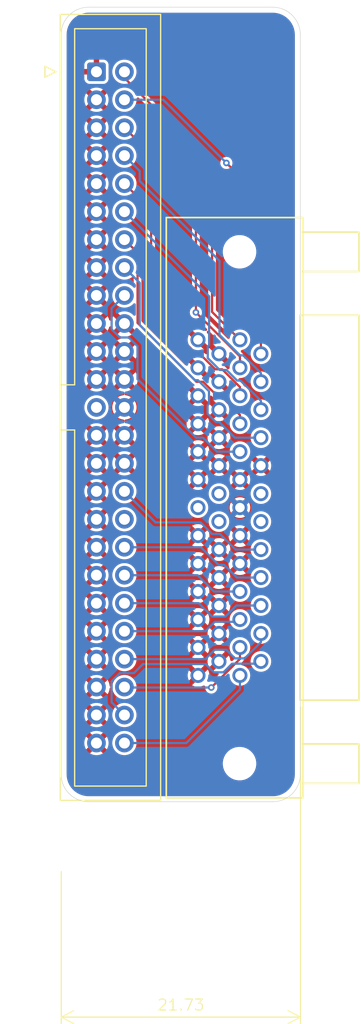
<source format=kicad_pcb>
(kicad_pcb (version 20241229) (generator "pcbnew") (generator_version "9.0")
  (layers (0 "F.Cu" signal) (2 "B.Cu" signal) (13 "F.Paste" user) (15 "B.Paste" user) (5 "F.SilkS" user "F.Silkscreen") (7 "B.SilkS" user "B.Silkscreen") (1 "F.Mask" user) (3 "B.Mask" user) (25 "Edge.Cuts" user))
  (net 0 "")
  (net 1 "GND")
  (net 2 "SCTRL_ATN")
  (net 3 "SCTRL_REQ")
  (net 4 "SCDAT6")
  (net 5 "SCDAT0")
  (net 6 "SCDAT7")
  (net 7 "SCTRL_RST")
  (net 8 "SCSI_TERMPWR")
  (net 9 "SCTRL_IO")
  (net 10 "SCTRL_MSG")
  (net 11 "SCDAT2")
  (net 12 "SCDAT4")
  (net 13 "SCTRL_SEL")
  (net 14 "SCDATP")
  (net 15 "SCTRL_CD")
  (net 16 "SCTRL_BSY")
  (net 17 "SCDAT3")
  (net 19 "SCDAT5")
  (net 21 "SCDAT1")
  (net 22 "SCTRL_ACK")
  (footprint "kicad-official/Connector_IDC.pretty:IDC-Header_2x25_P2.54mm_Vertical" (layer "F.Cu") (at 156.4675 53.65)
    (property "Reference" "J1" (hide yes))
    (property "Value" "Conn_02x25_Odd_Even")
    (fp_line (start -4.68 -0.5) (end -4.68 0.5) (stroke (width 0.12)) (layer "F.SilkS"))
    (fp_line (start -4.68 0.5) (end -3.68 0) (stroke (width 0.12)) (layer "F.SilkS"))
    (fp_line (start -3.68 0) (end -4.68 -0.5) (stroke (width 0.12)) (layer "F.SilkS"))
    (fp_line (start -3.29 -5.21) (end 5.83 -5.21) (stroke (width 0.12)) (layer "F.SilkS"))
    (fp_line (start -3.29 28.43) (end -1.98 28.43) (stroke (width 0.12)) (layer "F.SilkS"))
    (fp_line (start -3.29 66.17) (end -3.29 -5.21) (stroke (width 0.12)) (layer "F.SilkS"))
    (fp_line (start -1.98 -3.91) (end 4.52 -3.91) (stroke (width 0.12)) (layer "F.SilkS"))
    (fp_line (start -1.98 28.43) (end -1.98 -3.91) (stroke (width 0.12)) (layer "F.SilkS"))
    (fp_line (start -1.98 32.53) (end -3.29 32.53) (stroke (width 0.12)) (layer "F.SilkS"))
    (fp_line (start -1.98 32.53) (end -1.98 32.53) (stroke (width 0.12)) (layer "F.SilkS"))
    (fp_line (start -1.98 64.87) (end -1.98 32.53) (stroke (width 0.12)) (layer "F.SilkS"))
    (fp_line (start 4.52 -3.91) (end 4.52 64.87) (stroke (width 0.12)) (layer "F.SilkS"))
    (fp_line (start 4.52 64.87) (end -1.98 64.87) (stroke (width 0.12)) (layer "F.SilkS"))
    (fp_line (start 5.83 -5.21) (end 5.83 66.17) (stroke (width 0.12)) (layer "F.SilkS"))
    (fp_line (start 5.83 66.17) (end -3.29 66.17) (stroke (width 0.12)) (layer "F.SilkS"))
    (pad "1" thru_hole roundrect (at 0 0) (size 1.7 1.7) (drill 1) (layers "*.Cu" "*.Mask") (roundrect_rratio 0.147059) (net 1 "GND"))
    (pad "2" thru_hole circle (at 2.54 0) (size 1.7 1.7) (drill 1) (layers "*.Cu" "*.Mask") (net 5 "SCDAT0"))
    (pad "3" thru_hole circle (at 0 2.54) (size 1.7 1.7) (drill 1) (layers "*.Cu" "*.Mask") (net 1 "GND"))
    (pad "4" thru_hole circle (at 2.54 2.54) (size 1.7 1.7) (drill 1) (layers "*.Cu" "*.Mask") (net 21 "SCDAT1"))
    (pad "5" thru_hole circle (at 0 5.08) (size 1.7 1.7) (drill 1) (layers "*.Cu" "*.Mask") (net 1 "GND"))
    (pad "6" thru_hole circle (at 2.54 5.08) (size 1.7 1.7) (drill 1) (layers "*.Cu" "*.Mask") (net 11 "SCDAT2"))
    (pad "7" thru_hole circle (at 0 7.62) (size 1.7 1.7) (drill 1) (layers "*.Cu" "*.Mask") (net 1 "GND"))
    (pad "8" thru_hole circle (at 2.54 7.62) (size 1.7 1.7) (drill 1) (layers "*.Cu" "*.Mask") (net 17 "SCDAT3"))
    (pad "9" thru_hole circle (at 0 10.16) (size 1.7 1.7) (drill 1) (layers "*.Cu" "*.Mask") (net 1 "GND"))
    (pad "10" thru_hole circle (at 2.54 10.16) (size 1.7 1.7) (drill 1) (layers "*.Cu" "*.Mask") (net 12 "SCDAT4"))
    (pad "11" thru_hole circle (at 0 12.7) (size 1.7 1.7) (drill 1) (layers "*.Cu" "*.Mask") (net 1 "GND"))
    (pad "12" thru_hole circle (at 2.54 12.7) (size 1.7 1.7) (drill 1) (layers "*.Cu" "*.Mask") (net 19 "SCDAT5"))
    (pad "13" thru_hole circle (at 0 15.24) (size 1.7 1.7) (drill 1) (layers "*.Cu" "*.Mask") (net 1 "GND"))
    (pad "14" thru_hole circle (at 2.54 15.24) (size 1.7 1.7) (drill 1) (layers "*.Cu" "*.Mask") (net 4 "SCDAT6"))
    (pad "15" thru_hole circle (at 0 17.78) (size 1.7 1.7) (drill 1) (layers "*.Cu" "*.Mask") (net 1 "GND"))
    (pad "16" thru_hole circle (at 2.54 17.78) (size 1.7 1.7) (drill 1) (layers "*.Cu" "*.Mask") (net 6 "SCDAT7"))
    (pad "17" thru_hole circle (at 0 20.32) (size 1.7 1.7) (drill 1) (layers "*.Cu" "*.Mask") (net 1 "GND"))
    (pad "18" thru_hole circle (at 2.54 20.32) (size 1.7 1.7) (drill 1) (layers "*.Cu" "*.Mask") (net 14 "SCDATP"))
    (pad "19" thru_hole circle (at 0 22.86) (size 1.7 1.7) (drill 1) (layers "*.Cu" "*.Mask") (net 1 "GND"))
    (pad "20" thru_hole circle (at 2.54 22.86) (size 1.7 1.7) (drill 1) (layers "*.Cu" "*.Mask") (net 1 "GND"))
    (pad "21" thru_hole circle (at 0 25.4) (size 1.7 1.7) (drill 1) (layers "*.Cu" "*.Mask") (net 1 "GND"))
    (pad "22" thru_hole circle (at 2.54 25.4) (size 1.7 1.7) (drill 1) (layers "*.Cu" "*.Mask") (net 1 "GND"))
    (pad "23" thru_hole circle (at 0 27.94) (size 1.7 1.7) (drill 1) (layers "*.Cu" "*.Mask") (net 1 "GND"))
    (pad "24" thru_hole circle (at 2.54 27.94) (size 1.7 1.7) (drill 1) (layers "*.Cu" "*.Mask") (net 1 "GND"))
    (pad "25" thru_hole circle (at 0 30.48) (size 1.7 1.7) (drill 1) (layers "*.Cu" "*.Mask"))
    (pad "26" thru_hole circle (at 2.54 30.48) (size 1.7 1.7) (drill 1) (layers "*.Cu" "*.Mask") (net 8 "SCSI_TERMPWR"))
    (pad "27" thru_hole circle (at 0 33.02) (size 1.7 1.7) (drill 1) (layers "*.Cu" "*.Mask") (net 1 "GND"))
    (pad "28" thru_hole circle (at 2.54 33.02) (size 1.7 1.7) (drill 1) (layers "*.Cu" "*.Mask") (net 1 "GND"))
    (pad "29" thru_hole circle (at 0 35.56) (size 1.7 1.7) (drill 1) (layers "*.Cu" "*.Mask") (net 1 "GND"))
    (pad "30" thru_hole circle (at 2.54 35.56) (size 1.7 1.7) (drill 1) (layers "*.Cu" "*.Mask") (net 1 "GND"))
    (pad "31" thru_hole circle (at 0 38.1) (size 1.7 1.7) (drill 1) (layers "*.Cu" "*.Mask") (net 1 "GND"))
    (pad "32" thru_hole circle (at 2.54 38.1) (size 1.7 1.7) (drill 1) (layers "*.Cu" "*.Mask") (net 2 "SCTRL_ATN"))
    (pad "33" thru_hole circle (at 0 40.64) (size 1.7 1.7) (drill 1) (layers "*.Cu" "*.Mask") (net 1 "GND"))
    (pad "34" thru_hole circle (at 2.54 40.64) (size 1.7 1.7) (drill 1) (layers "*.Cu" "*.Mask"))
    (pad "35" thru_hole circle (at 0 43.18) (size 1.7 1.7) (drill 1) (layers "*.Cu" "*.Mask") (net 1 "GND"))
    (pad "36" thru_hole circle (at 2.54 43.18) (size 1.7 1.7) (drill 1) (layers "*.Cu" "*.Mask") (net 16 "SCTRL_BSY"))
    (pad "37" thru_hole circle (at 0 45.72) (size 1.7 1.7) (drill 1) (layers "*.Cu" "*.Mask") (net 1 "GND"))
    (pad "38" thru_hole circle (at 2.54 45.72) (size 1.7 1.7) (drill 1) (layers "*.Cu" "*.Mask") (net 22 "SCTRL_ACK"))
    (pad "39" thru_hole circle (at 0 48.26) (size 1.7 1.7) (drill 1) (layers "*.Cu" "*.Mask") (net 1 "GND"))
    (pad "40" thru_hole circle (at 2.54 48.26) (size 1.7 1.7) (drill 1) (layers "*.Cu" "*.Mask") (net 7 "SCTRL_RST"))
    (pad "41" thru_hole circle (at 0 50.8) (size 1.7 1.7) (drill 1) (layers "*.Cu" "*.Mask") (net 1 "GND"))
    (pad "42" thru_hole circle (at 2.54 50.8) (size 1.7 1.7) (drill 1) (layers "*.Cu" "*.Mask") (net 10 "SCTRL_MSG"))
    (pad "43" thru_hole circle (at 0 53.34) (size 1.7 1.7) (drill 1) (layers "*.Cu" "*.Mask") (net 1 "GND"))
    (pad "44" thru_hole circle (at 2.54 53.34) (size 1.7 1.7) (drill 1) (layers "*.Cu" "*.Mask") (net 13 "SCTRL_SEL"))
    (pad "45" thru_hole circle (at 0 55.88) (size 1.7 1.7) (drill 1) (layers "*.Cu" "*.Mask") (net 1 "GND"))
    (pad "46" thru_hole circle (at 2.54 55.88) (size 1.7 1.7) (drill 1) (layers "*.Cu" "*.Mask") (net 15 "SCTRL_CD"))
    (pad "47" thru_hole circle (at 0 58.42) (size 1.7 1.7) (drill 1) (layers "*.Cu" "*.Mask") (net 1 "GND"))
    (pad "48" thru_hole circle (at 2.54 58.42) (size 1.7 1.7) (drill 1) (layers "*.Cu" "*.Mask") (net 3 "SCTRL_REQ"))
    (pad "49" thru_hole circle (at 0 60.96) (size 1.7 1.7) (drill 1) (layers "*.Cu" "*.Mask") (net 1 "GND"))
    (pad "50" thru_hole circle (at 2.54 60.96) (size 1.7 1.7) (drill 1) (layers "*.Cu" "*.Mask") (net 9 "SCTRL_IO"))
  )
  (footprint "5787170_5:CONN_5787170-5_TYC" (layer "F.Cu") (at 171.37 78.001 -90)
    (property "Reference" "J2" (hide yes))
    (property "Value" "TE Connectivity 5787395-5")
    (fp_line (start -11.1125 8.5598) (end 41.5925 8.5598) (stroke (width 0.1524)) (layer "F.SilkS"))
    (fp_line (start 41.5925 8.5598) (end 41.5925 -3.8354) (stroke (width 0.1524)) (layer "F.SilkS"))
    (fp_line (start -2.2352 -3.5814) (end 32.7152 -3.5814) (stroke (width 0.1524)) (layer "F.SilkS"))
    (fp_line (start 32.7152 -3.5814) (end 32.7152 -8.9408) (stroke (width 0.1524)) (layer "F.SilkS"))
    (fp_line (start -11.1125 -3.8354) (end -11.1125 8.5598) (stroke (width 0.1524)) (layer "F.SilkS"))
    (fp_line (start -9.7917 -3.8354) (end -9.7917 -8.9408) (stroke (width 0.1524)) (layer "F.SilkS"))
    (fp_line (start 36.6903 -3.8354) (end 36.6903 -8.9408) (stroke (width 0.1524)) (layer "F.SilkS"))
    (fp_line (start 41.5925 -3.8354) (end -11.1125 -3.8354) (stroke (width 0.1524)) (layer "F.SilkS"))
    (fp_line (start -9.7917 -8.9408) (end -6.2103 -8.9408) (stroke (width 0.1524)) (layer "F.SilkS"))
    (fp_line (start -6.2103 -8.9408) (end -6.2103 -3.8354) (stroke (width 0.1524)) (layer "F.SilkS"))
    (fp_line (start -2.2352 -8.9408) (end -2.2352 -3.5814) (stroke (width 0.1524)) (layer "F.SilkS"))
    (fp_line (start 32.7152 -8.9408) (end -2.2352 -8.9408) (stroke (width 0.1524)) (layer "F.SilkS"))
    (fp_line (start 36.6903 -8.9408) (end 40.2717 -8.9408) (stroke (width 0.1524)) (layer "F.SilkS"))
    (fp_line (start 40.2717 -8.9408) (end 40.2717 -3.8354) (stroke (width 0.1524)) (layer "F.SilkS"))
    (pad "" np_thru_hole circle (at -8.001 1.905 270) (size 2.54 2.54) (drill 2.54) (layers "*.Cu" "*.Mask"))
    (pad "" np_thru_hole circle (at 38.481 1.905 270) (size 2.54 2.54) (drill 2.54) (layers "*.Cu" "*.Mask"))
    (pad "1" thru_hole circle (at -0.01 5.68 270) (size 1.3716 1.3716) (drill 0.8636) (layers "*.Cu" "*.Mask") (net 1 "GND"))
    (pad "2" thru_hole circle (at 1.26 3.775 270) (size 1.3716 1.3716) (drill 0.8636) (layers "*.Cu" "*.Mask") (net 1 "GND"))
    (pad "3" thru_hole circle (at 2.53 5.68 270) (size 1.3716 1.3716) (drill 0.8636) (layers "*.Cu" "*.Mask") (net 1 "GND"))
    (pad "4" thru_hole circle (at 3.8 3.775 270) (size 1.3716 1.3716) (drill 0.8636) (layers "*.Cu" "*.Mask") (net 1 "GND"))
    (pad "5" thru_hole circle (at 5.07 5.68 270) (size 1.3716 1.3716) (drill 0.8636) (layers "*.Cu" "*.Mask") (net 1 "GND"))
    (pad "6" thru_hole circle (at 6.34 3.775 270) (size 1.3716 1.3716) (drill 0.8636) (layers "*.Cu" "*.Mask") (net 1 "GND"))
    (pad "7" thru_hole circle (at 7.61 5.68 270) (size 1.3716 1.3716) (drill 0.8636) (layers "*.Cu" "*.Mask") (net 1 "GND"))
    (pad "8" thru_hole circle (at 8.88 3.775 270) (size 1.3716 1.3716) (drill 0.8636) (layers "*.Cu" "*.Mask") (net 1 "GND"))
    (pad "9" thru_hole circle (at 10.15 5.68 270) (size 1.3716 1.3716) (drill 0.8636) (layers "*.Cu" "*.Mask") (net 1 "GND"))
    (pad "10" thru_hole circle (at 11.42 3.775 270) (size 1.3716 1.3716) (drill 0.8636) (layers "*.Cu" "*.Mask") (net 1 "GND"))
    (pad "11" thru_hole circle (at 12.69 5.68 270) (size 1.3716 1.3716) (drill 0.8636) (layers "*.Cu" "*.Mask") (net 1 "GND"))
    (pad "12" thru_hole circle (at 13.96 3.775 270) (size 1.3716 1.3716) (drill 0.8636) (layers "*.Cu" "*.Mask"))
    (pad "13" thru_hole circle (at 15.23 5.68 270) (size 1.3716 1.3716) (drill 0.8636) (layers "*.Cu" "*.Mask"))
    (pad "14" thru_hole circle (at 16.5 3.775 270) (size 1.3716 1.3716) (drill 0.8636) (layers "*.Cu" "*.Mask"))
    (pad "15" thru_hole circle (at 17.77 5.68 270) (size 1.3716 1.3716) (drill 0.8636) (layers "*.Cu" "*.Mask") (net 1 "GND"))
    (pad "16" thru_hole circle (at 19.04 3.775 270) (size 1.3716 1.3716) (drill 0.8636) (layers "*.Cu" "*.Mask") (net 1 "GND"))
    (pad "17" thru_hole circle (at 20.31 5.68 270) (size 1.3716 1.3716) (drill 0.8636) (layers "*.Cu" "*.Mask") (net 1 "GND"))
    (pad "18" thru_hole circle (at 21.58 3.775 270) (size 1.3716 1.3716) (drill 0.8636) (layers "*.Cu" "*.Mask") (net 1 "GND"))
    (pad "19" thru_hole circle (at 22.85 5.68 270) (size 1.3716 1.3716) (drill 0.8636) (layers "*.Cu" "*.Mask") (net 1 "GND"))
    (pad "20" thru_hole circle (at 24.12 3.775 270) (size 1.3716 1.3716) (drill 0.8636) (layers "*.Cu" "*.Mask") (net 1 "GND"))
    (pad "21" thru_hole circle (at 25.39 5.68 270) (size 1.3716 1.3716) (drill 0.8636) (layers "*.Cu" "*.Mask") (net 1 "GND"))
    (pad "22" thru_hole circle (at 26.66 3.775 270) (size 1.3716 1.3716) (drill 0.8636) (layers "*.Cu" "*.Mask") (net 1 "GND"))
    (pad "23" thru_hole circle (at 27.93 5.68 270) (size 1.3716 1.3716) (drill 0.8636) (layers "*.Cu" "*.Mask") (net 1 "GND"))
    (pad "24" thru_hole circle (at 29.2 3.775 270) (size 1.3716 1.3716) (drill 0.8636) (layers "*.Cu" "*.Mask") (net 1 "GND"))
    (pad "25" thru_hole circle (at 30.47 5.68 270) (size 1.3716 1.3716) (drill 0.8636) (layers "*.Cu" "*.Mask") (net 1 "GND"))
    (pad "26" thru_hole circle (at -0.01 1.87 270) (size 1.3716 1.3716) (drill 0.8636) (layers "*.Cu" "*.Mask") (net 5 "SCDAT0"))
    (pad "27" thru_hole circle (at 1.26 -0.035 270) (size 1.3716 1.3716) (drill 0.8636) (layers "*.Cu" "*.Mask") (net 21 "SCDAT1"))
    (pad "28" thru_hole circle (at 2.53 1.87 270) (size 1.3716 1.3716) (drill 0.8636) (layers "*.Cu" "*.Mask") (net 11 "SCDAT2"))
    (pad "29" thru_hole circle (at 3.8 -0.035 270) (size 1.3716 1.3716) (drill 0.8636) (layers "*.Cu" "*.Mask") (net 17 "SCDAT3"))
    (pad "30" thru_hole circle (at 5.07 1.87 270) (size 1.3716 1.3716) (drill 0.8636) (layers "*.Cu" "*.Mask") (net 12 "SCDAT4"))
    (pad "31" thru_hole circle (at 6.34 -0.035 270) (size 1.3716 1.3716) (drill 0.8636) (layers "*.Cu" "*.Mask") (net 19 "SCDAT5"))
    (pad "32" thru_hole circle (at 7.61 1.87 270) (size 1.3716 1.3716) (drill 0.8636) (layers "*.Cu" "*.Mask") (net 4 "SCDAT6"))
    (pad "33" thru_hole circle (at 8.88 -0.035 270) (size 1.3716 1.3716) (drill 0.8636) (layers "*.Cu" "*.Mask") (net 6 "SCDAT7"))
    (pad "34" thru_hole circle (at 10.15 1.87 270) (size 1.3716 1.3716) (drill 0.8636) (layers "*.Cu" "*.Mask") (net 14 "SCDATP"))
    (pad "35" thru_hole circle (at 11.42 -0.035 270) (size 1.3716 1.3716) (drill 0.8636) (layers "*.Cu" "*.Mask") (net 1 "GND"))
    (pad "36" thru_hole circle (at 12.69 1.87 270) (size 1.3716 1.3716) (drill 0.8636) (layers "*.Cu" "*.Mask") (net 1 "GND"))
    (pad "37" thru_hole circle (at 13.96 -0.035 270) (size 1.3716 1.3716) (drill 0.8636) (layers "*.Cu" "*.Mask"))
    (pad "38" thru_hole circle (at 15.23 1.87 270) (size 1.3716 1.3716) (drill 0.8636) (layers "*.Cu" "*.Mask") (net 8 "SCSI_TERMPWR"))
    (pad "39" thru_hole circle (at 16.5 -0.035 270) (size 1.3716 1.3716) (drill 0.8636) (layers "*.Cu" "*.Mask"))
    (pad "40" thru_hole circle (at 17.77 1.87 270) (size 1.3716 1.3716) (drill 0.8636) (layers "*.Cu" "*.Mask") (net 1 "GND"))
    (pad "41" thru_hole circle (at 19.04 -0.035 270) (size 1.3716 1.3716) (drill 0.8636) (layers "*.Cu" "*.Mask") (net 2 "SCTRL_ATN"))
    (pad "42" thru_hole circle (at 20.31 1.87 270) (size 1.3716 1.3716) (drill 0.8636) (layers "*.Cu" "*.Mask") (net 1 "GND"))
    (pad "43" thru_hole circle (at 21.58 -0.035 270) (size 1.3716 1.3716) (drill 0.8636) (layers "*.Cu" "*.Mask") (net 16 "SCTRL_BSY"))
    (pad "44" thru_hole circle (at 22.85 1.87 270) (size 1.3716 1.3716) (drill 0.8636) (layers "*.Cu" "*.Mask") (net 22 "SCTRL_ACK"))
    (pad "45" thru_hole circle (at 24.12 -0.035 270) (size 1.3716 1.3716) (drill 0.8636) (layers "*.Cu" "*.Mask") (net 7 "SCTRL_RST"))
    (pad "46" thru_hole circle (at 25.39 1.87 270) (size 1.3716 1.3716) (drill 0.8636) (layers "*.Cu" "*.Mask") (net 10 "SCTRL_MSG"))
    (pad "47" thru_hole circle (at 26.66 -0.035 270) (size 1.3716 1.3716) (drill 0.8636) (layers "*.Cu" "*.Mask") (net 13 "SCTRL_SEL"))
    (pad "48" thru_hole circle (at 27.93 1.87 270) (size 1.3716 1.3716) (drill 0.8636) (layers "*.Cu" "*.Mask") (net 15 "SCTRL_CD"))
    (pad "49" thru_hole circle (at 29.2 -0.035 270) (size 1.3716 1.3716) (drill 0.8636) (layers "*.Cu" "*.Mask") (net 3 "SCTRL_REQ"))
    (pad "50" thru_hole circle (at 30.47 1.87 270) (size 1.3716 1.3716) (drill 0.8636) (layers "*.Cu" "*.Mask") (net 9 "SCTRL_IO"))
  )
  (gr_arc (start 174.99 117.44) (mid 174.257767 119.207767) (end 172.49 119.94) (stroke (width 0.05)) (layer "Edge.Cuts"))
  (gr_line (start 153.255545 117.439998) (end 153.25698 50.285399) (stroke (width 0.05)) (layer "Edge.Cuts"))
  (gr_line (start 174.99 50.3) (end 174.99 117.44) (stroke (width 0.05)) (layer "Edge.Cuts"))
  (gr_line (start 172.489967 119.94) (end 155.755544 119.939997) (stroke (width 0.05)) (layer "Edge.Cuts"))
  (gr_line (start 155.764282 47.785398) (end 172.47 47.785398) (stroke (width 0.05)) (layer "Edge.Cuts"))
  (gr_arc (start 153.25698 50.285399) (mid 153.987769 48.517767) (end 155.754747 47.785398) (stroke (width 0.05)) (layer "Edge.Cuts"))
  (gr_arc (start 172.47 47.785398) (mid 174.251785 48.522039) (end 174.990018 50.303165) (stroke (width 0.05)) (layer "Edge.Cuts"))
  (gr_arc (start 155.755544 119.939998) (mid 153.987767 119.207767) (end 153.255544 117.439998) (stroke (width 0.05)) (layer "Edge.Cuts"))
  (dimension (type orthogonal) (layer "F.SilkS") (pts (xy 153.27 125.78) (xy 175 110.84)) (height 13.72) (orientation 0) (format (prefix "") (suffix "") (units 3) (units_format 0) (precision 4) (suppress_zeroes yes)) (style (thickness 0.1) (arrow_length 1.27) (text_position_mode 0) (arrow_direction outward) (extension_height 0.58642) (extension_offset 0.5) (keep_text_aligned yes)) (gr_text "21.73" (at 164.135 138.4 0) (layer "F.SilkS") (effects (font (size 1 1) (thickness 0.1)))))
  (segment (start 167.6846 95.6244) (end 166.9722 95.6244) (width 0.2) (layer "B.Cu") (net 2))
  (segment (start 169.1012 97.041) (end 167.6846 95.6244) (width 0.2) (layer "B.Cu") (net 2))
  (segment (start 171.405 97.041) (end 169.1012 97.041) (width 0.2) (layer "B.Cu") (net 2))
  (segment (start 166.9722 95.6244) (end 165.9189 94.5711) (width 0.2) (layer "B.Cu") (net 2))
  (segment (start 161.8286 94.5711) (end 159.0075 91.75) (width 0.2) (layer "B.Cu") (net 2))
  (segment (start 165.9189 94.5711) (end 161.8286 94.5711) (width 0.2) (layer "B.Cu") (net 2))
  (segment (start 167.1357 108.1885) (end 166.3848 107.4376) (width 0.2) (layer "B.Cu") (net 3))
  (segment (start 157.8439 109.0052) (end 157.8439 110.9064) (width 0.2) (layer "B.Cu") (net 3))
  (segment (start 160.6924 107.4376) (end 159.87 108.26) (width 0.2) (layer "B.Cu") (net 3))
  (segment (start 171.2034 107.4026) (end 168.79 107.4026) (width 0.2) (layer "B.Cu") (net 3))
  (segment (start 168.0041 108.1885) (end 167.1357 108.1885) (width 0.2) (layer "B.Cu") (net 3))
  (segment (start 157.8439 110.9064) (end 159.0075 112.07) (width 0.2) (layer "B.Cu") (net 3))
  (segment (start 159.87 108.26) (end 158.5891 108.26) (width 0.2) (layer "B.Cu") (net 3))
  (segment (start 158.5891 108.26) (end 157.8439 109.0052) (width 0.2) (layer "B.Cu") (net 3))
  (segment (start 166.3848 107.4376) (end 160.6924 107.4376) (width 0.2) (layer "B.Cu") (net 3))
  (segment (start 168.79 107.4026) (end 168.0041 108.1885) (width 0.2) (layer "B.Cu") (net 3))
  (segment (start 171.405 107.201) (end 171.2034 107.4026) (width 0.2) (layer "B.Cu") (net 3))
  (segment (start 166.1482 81.801) (end 165.5425 81.801) (width 0.2) (layer "F.Cu") (net 4))
  (segment (start 167.5598 83.2126) (end 166.1482 81.801) (width 0.2) (layer "F.Cu") (net 4))
  (segment (start 167.8934 83.2126) (end 167.5598 83.2126) (width 0.2) (layer "F.Cu") (net 4))
  (segment (start 160.2003 76.4588) (end 160.2003 70.0828) (width 0.2) (layer "F.Cu") (net 4))
  (segment (start 160.2003 70.0828) (end 159.0075 68.89) (width 0.2) (layer "F.Cu") (net 4))
  (segment (start 169.5 84.8192) (end 167.8934 83.2126) (width 0.2) (layer "F.Cu") (net 4))
  (segment (start 165.5425 81.801) (end 160.2003 76.4588) (width 0.2) (layer "F.Cu") (net 4))
  (segment (start 169.5 85.611) (end 169.5 84.8192) (width 0.2) (layer "F.Cu") (net 4))
  (segment (start 166.9689 75.4599) (end 166.9689 62.1689) (width 0.2) (layer "F.Cu") (net 5))
  (segment (start 169.5 77.991) (end 166.9689 75.4599) (width 0.2) (layer "F.Cu") (net 5))
  (segment (start 166.9689 62.1689) (end 159.0075 54.2075) (width 0.2) (layer "F.Cu") (net 5))
  (segment (start 159.0075 54.2075) (end 159.0075 53.65) (width 0.2) (layer "F.Cu") (net 5))
  (segment (start 166.6906 82.6627) (end 166.6906 83.7986) (width 0.2) (layer "B.Cu") (net 6))
  (segment (start 166.6906 83.7986) (end 166.5591 83.9301) (width 0.2) (layer "B.Cu") (net 6))
  (segment (start 165.4219 81.6594) (end 165.6873 81.6594) (width 0.2) (layer "B.Cu") (net 6))
  (segment (start 159.0075 71.43) (end 160.3973 72.8198) (width 0.2) (layer "B.Cu") (net 6))
  (segment (start 166.5591 83.9301) (end 166.5591 84.7065) (width 0.2) (layer "B.Cu") (net 6))
  (segment (start 167.6301 85.4694) (end 169.0417 86.881) (width 0.2) (layer "B.Cu") (net 6))
  (segment (start 160.3973 72.8198) (end 160.3973 76.6348) (width 0.2) (layer "B.Cu") (net 6))
  (segment (start 165.6873 81.6594) (end 166.6906 82.6627) (width 0.2) (layer "B.Cu") (net 6))
  (segment (start 169.0417 86.881) (end 171.405 86.881) (width 0.2) (layer "B.Cu") (net 6))
  (segment (start 160.3973 76.6348) (end 165.4219 81.6594) (width 0.2) (layer "B.Cu") (net 6))
  (segment (start 167.322 85.4694) (end 167.6301 85.4694) (width 0.2) (layer "B.Cu") (net 6))
  (segment (start 166.5591 84.7065) (end 167.322 85.4694) (width 0.2) (layer "B.Cu") (net 6))
  (segment (start 169.1826 102.121) (end 168.1796 103.124) (width 0.2) (layer "B.Cu") (net 7))
  (segment (start 168.1796 103.124) (end 166.9763 103.124) (width 0.2) (layer "B.Cu") (net 7))
  (segment (start 165.7623 101.91) (end 159.0075 101.91) (width 0.2) (layer "B.Cu") (net 7))
  (segment (start 166.9763 103.124) (end 165.7623 101.91) (width 0.2) (layer "B.Cu") (net 7))
  (segment (start 171.405 102.121) (end 169.1826 102.121) (width 0.2) (layer "B.Cu") (net 7))
  (segment (start 159.0075 114.61) (end 164.6291 114.61) (width 0.2) (layer "B.Cu") (net 9))
  (segment (start 164.6291 114.61) (end 169.5 109.7391) (width 0.2) (layer "B.Cu") (net 9))
  (segment (start 169.5 109.7391) (end 169.5 108.471) (width 0.2) (layer "B.Cu") (net 9))
  (segment (start 169.5 103.391) (end 169.2914 103.5996) (width 0.2) (layer "B.Cu") (net 10))
  (segment (start 169.2914 103.5996) (end 167.2096 103.5996) (width 0.2) (layer "B.Cu") (net 10))
  (segment (start 167.2096 103.5996) (end 166.3592 104.45) (width 0.2) (layer "B.Cu") (net 10))
  (segment (start 166.3592 104.45) (end 159.0075 104.45) (width 0.2) (layer "B.Cu") (net 10))
  (segment (start 165.5 75.5) (end 169.5 79.5) (width 0.2) (layer "F.Cu") (net 11))
  (segment (start 159.0075 58.73) (end 165.5 65.2225) (width 0.2) (layer "F.Cu") (net 11))
  (segment (start 165.5 65.2225) (end 165.5 75.5) (width 0.2) (layer "F.Cu") (net 11))
  (segment (start 169.5 79.5) (end 169.5 80.531) (width 0.2) (layer "F.Cu") (net 11))
  (via (at 165.5 75.5) (size 0.6) (drill 0.3) (layers "F.Cu" "B.Cu") (net 11))
  (segment (start 165.7787 79.5031) (end 161.4341 75.1585) (width 0.2) (layer "F.Cu") (net 12))
  (segment (start 169.5 82.2792) (end 167.8934 80.6726) (width 0.2) (layer "F.Cu") (net 12))
  (segment (start 161.4341 75.1585) (end 161.4341 66.2366) (width 0.2) (layer "F.Cu") (net 12))
  (segment (start 167.2604 80.6726) (end 166.0909 79.5031) (width 0.2) (layer "F.Cu") (net 12))
  (segment (start 169.5 83.071) (end 169.5 82.2792) (width 0.2) (layer "F.Cu") (net 12))
  (segment (start 161.4341 66.2366) (end 159.0075 63.81) (width 0.2) (layer "F.Cu") (net 12))
  (segment (start 166.0909 79.5031) (end 165.7787 79.5031) (width 0.2) (layer "F.Cu") (net 12))
  (segment (start 167.8934 80.6726) (end 167.2604 80.6726) (width 0.2) (layer "F.Cu") (net 12))
  (segment (start 166.3592 106.99) (end 159.0075 106.99) (width 0.2) (layer "B.Cu") (net 13))
  (segment (start 169.9395 106.9203) (end 169.0425 106.9203) (width 0.2) (layer "B.Cu") (net 13))
  (segment (start 171.405 105.4548) (end 169.9395 106.9203) (width 0.2) (layer "B.Cu") (net 13))
  (segment (start 171.405 104.661) (end 171.405 105.4548) (width 0.2) (layer "B.Cu") (net 13))
  (segment (start 169.0425 106.9203) (end 168.2613 106.1391) (width 0.2) (layer "B.Cu") (net 13))
  (segment (start 167.2101 106.1391) (end 166.3592 106.99) (width 0.2) (layer "B.Cu") (net 13))
  (segment (start 168.2613 106.1391) (end 167.2101 106.1391) (width 0.2) (layer "B.Cu") (net 13))
  (segment (start 160.1973 78.5757) (end 159.4016 77.78) (width 0.2) (layer "B.Cu") (net 14))
  (segment (start 157.8439 75.1336) (end 159.0075 73.97) (width 0.2) (layer "B.Cu") (net 14))
  (segment (start 160.1973 81.5619) (end 160.1973 78.5757) (width 0.2) (layer "B.Cu") (net 14))
  (segment (start 169.5 88.151) (end 167.4182 88.151) (width 0.2) (layer "B.Cu") (net 14))
  (segment (start 167.4182 88.151) (end 166.1482 86.881) (width 0.2) (layer "B.Cu") (net 14))
  (segment (start 159.4016 77.78) (end 158.5891 77.78) (width 0.2) (layer "B.Cu") (net 14))
  (segment (start 157.8439 77.0348) (end 157.8439 75.1336) (width 0.2) (layer "B.Cu") (net 14))
  (segment (start 166.1482 86.881) (end 165.5164 86.881) (width 0.2) (layer "B.Cu") (net 14))
  (segment (start 158.5891 77.78) (end 157.8439 77.0348) (width 0.2) (layer "B.Cu") (net 14))
  (segment (start 165.5164 86.881) (end 160.1973 81.5619) (width 0.2) (layer "B.Cu") (net 14))
  (segment (start 169.5 106.9735) (end 169.5 105.931) (width 0.2) (layer "F.Cu") (net 15))
  (segment (start 167.945 108.5285) (end 169.5 106.9735) (width 0.2) (layer "F.Cu") (net 15))
  (segment (start 167.9415 108.5285) (end 167.945 108.5285) (width 0.2) (layer "F.Cu") (net 15))
  (segment (start 166.9 109.57) (end 167.9415 108.5285) (width 0.2) (layer "F.Cu") (net 15))
  (via (at 166.9 109.57) (size 0.6) (drill 0.3) (layers "F.Cu" "B.Cu") (net 15))
  (segment (start 166.9 109.57) (end 159.0475 109.57) (width 0.2) (layer "B.Cu") (net 15))
  (segment (start 159.0475 109.57) (end 159.0075 109.53) (width 0.2) (layer "B.Cu") (net 15))
  (segment (start 169.2222 99.581) (end 168.0639 98.4227) (width 0.2) (layer "B.Cu") (net 16))
  (segment (start 168.0639 98.4227) (end 167.5464 98.4227) (width 0.2) (layer "B.Cu") (net 16))
  (segment (start 171.405 99.581) (end 169.2222 99.581) (width 0.2) (layer "B.Cu") (net 16))
  (segment (start 165.9537 96.83) (end 159.0075 96.83) (width 0.2) (layer "B.Cu") (net 16))
  (segment (start 167.5464 98.4227) (end 165.9537 96.83) (width 0.2) (layer "B.Cu") (net 16))
  (segment (start 160.3973 63.5732) (end 160.3973 62.6598) (width 0.2) (layer "B.Cu") (net 17))
  (segment (start 171.405 81.0092) (end 169.7984 79.4026) (width 0.2) (layer "B.Cu") (net 17))
  (segment (start 169.5102 79.4026) (end 167.6448 77.5372) (width 0.2) (layer "B.Cu") (net 17))
  (segment (start 160.3973 62.6598) (end 159.0075 61.27) (width 0.2) (layer "B.Cu") (net 17))
  (segment (start 167.6448 70.8207) (end 160.3973 63.5732) (width 0.2) (layer "B.Cu") (net 17))
  (segment (start 171.405 81.801) (end 171.405 81.0092) (width 0.2) (layer "B.Cu") (net 17))
  (segment (start 169.7984 79.4026) (end 169.5102 79.4026) (width 0.2) (layer "B.Cu") (net 17))
  (segment (start 167.6448 77.5372) (end 167.6448 70.8207) (width 0.2) (layer "B.Cu") (net 17))
  (segment (start 169.2427 81.6905) (end 169.5663 81.6905) (width 0.2) (layer "B.Cu") (net 19))
  (segment (start 167.6637 80.731) (end 168.2832 80.731) (width 0.2) (layer "B.Cu") (net 19))
  (segment (start 166.5772 79.6445) (end 167.6637 80.731) (width 0.2) (layer "B.Cu") (net 19))
  (segment (start 169.5663 81.6905) (end 171.405 83.5292) (width 0.2) (layer "B.Cu") (net 19))
  (segment (start 171.405 83.5292) (end 171.405 84.341) (width 0.2) (layer "B.Cu") (net 19))
  (segment (start 166.5772 78.6012) (end 166.5772 79.6445) (width 0.2) (layer "B.Cu") (net 19))
  (segment (start 166.703 78.4754) (end 166.5772 78.6012) (width 0.2) (layer "B.Cu") (net 19))
  (segment (start 166.703 74.0455) (end 166.703 78.4754) (width 0.2) (layer "B.Cu") (net 19))
  (segment (start 159.0075 66.35) (end 166.703 74.0455) (width 0.2) (layer "B.Cu") (net 19))
  (segment (start 168.2832 80.731) (end 169.2427 81.6905) (width 0.2) (layer "B.Cu") (net 19))
  (segment (start 171.405 65.065) (end 171.405 79.261) (width 0.2) (layer "F.Cu") (net 21))
  (segment (start 168.27 61.93) (end 171.405 65.065) (width 0.2) (layer "F.Cu") (net 21))
  (via (at 168.27 61.93) (size 0.6) (drill 0.3) (layers "F.Cu" "B.Cu") (net 21))
  (segment (start 168.27 61.93) (end 162.53 56.19) (width 0.2) (layer "B.Cu") (net 21))
  (segment (start 162.53 56.19) (end 159.0075 56.19) (width 0.2) (layer "B.Cu") (net 21))
  (segment (start 165.6558 99.37) (end 167.1368 100.851) (width 0.2) (layer "B.Cu") (net 22))
  (segment (start 159.0075 99.37) (end 165.6558 99.37) (width 0.2) (layer "B.Cu") (net 22))
  (segment (start 167.1368 100.851) (end 169.5 100.851) (width 0.2) (layer "B.Cu") (net 22))
  (zone (net 1) (net_name "GND") (layer "F.Cu") (connect_pads (clearance 0.25)) (min_thickness 0.25) (fill yes (thermal_gap 0.35) (thermal_bridge_width 0.5) (island_removal_mode 1) (island_area_min 10))
    (polygon (pts (xy 147.89 47.28) (xy 148.125977 120.811973) (xy 176.286933 120.741946) (xy 176.11 47.34)))
  )
  (zone (net 8) (net_name "SCSI_TERMPWR") (layer "B.Cu") (connect_pads (clearance 0.25)) (min_thickness 0.25) (fill yes (thermal_gap 0.35) (thermal_bridge_width 0.5) (island_removal_mode 1) (island_area_min 10))
    (polygon (pts (xy 147.706099 47.272155) (xy 147.980861 121.173557) (xy 176.340907 121.103557) (xy 176.066139 47.132155)))
  )
)
</source>
